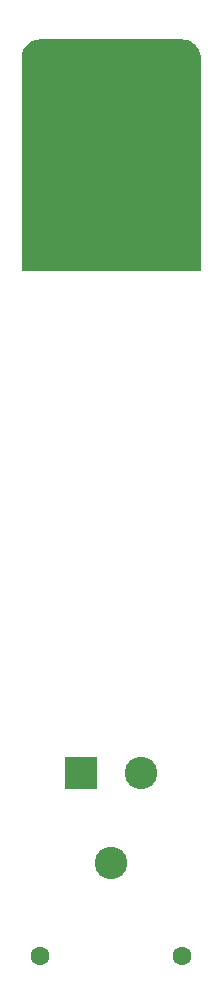
<source format=gbr>
%TF.GenerationSoftware,KiCad,Pcbnew,9.0.4*%
%TF.CreationDate,2025-10-20T17:15:32-05:00*%
%TF.ProjectId,Molecule_18650_Battery,4d6f6c65-6375-46c6-955f-31383635305f,rev?*%
%TF.SameCoordinates,Original*%
%TF.FileFunction,Copper,L1,Top*%
%TF.FilePolarity,Positive*%
%FSLAX46Y46*%
G04 Gerber Fmt 4.6, Leading zero omitted, Abs format (unit mm)*
G04 Created by KiCad (PCBNEW 9.0.4) date 2025-10-20 17:15:32*
%MOMM*%
%LPD*%
G01*
G04 APERTURE LIST*
%TA.AperFunction,ComponentPad*%
%ADD10C,2.745000*%
%TD*%
%TA.AperFunction,ComponentPad*%
%ADD11R,2.745000X2.745000*%
%TD*%
%TA.AperFunction,ComponentPad*%
%ADD12C,1.600000*%
%TD*%
G04 APERTURE END LIST*
D10*
%TO.P,BT2,3,3*%
%TO.N,/NEG*%
X7960000Y9880000D03*
%TO.P,BT2,2,2*%
X10500000Y17500000D03*
D11*
%TO.P,BT2,1,1*%
X5420000Y17500000D03*
%TD*%
D12*
%TO.P,MP1,1*%
%TO.N,/NEG*%
X2000000Y2000000D03*
%TD*%
%TO.P,MP4,1*%
%TO.N,/NEG*%
X14000000Y2000000D03*
%TD*%
%TO.P,MP2,1*%
%TO.N,/POS*%
X2000000Y78000000D03*
%TD*%
%TO.P,MP3,1*%
%TO.N,/POS*%
X14000000Y77500000D03*
%TD*%
D11*
%TO.P,BT1,1,1*%
%TO.N,/POS*%
X10500000Y62880000D03*
D10*
%TO.P,BT1,2,2*%
X5420000Y62880000D03*
%TO.P,BT1,3,3*%
X7960000Y70500000D03*
%TD*%
%TA.AperFunction,Conductor*%
%TO.N,/POS*%
G36*
X14004417Y79599184D02*
G01*
X14023369Y79597828D01*
X14218788Y79583851D01*
X14236299Y79581333D01*
X14441960Y79536595D01*
X14458936Y79531611D01*
X14656150Y79458053D01*
X14672242Y79450703D01*
X14856968Y79349836D01*
X14871853Y79340271D01*
X15040353Y79214133D01*
X15053723Y79202547D01*
X15202547Y79053723D01*
X15214133Y79040353D01*
X15340271Y78871853D01*
X15349836Y78856968D01*
X15450703Y78672242D01*
X15458053Y78656150D01*
X15531611Y78458936D01*
X15536594Y78441963D01*
X15536595Y78441960D01*
X15581333Y78236299D01*
X15583851Y78218788D01*
X15599184Y78004419D01*
X15599500Y77995572D01*
X15599500Y60104000D01*
X15579815Y60036961D01*
X15527011Y59991206D01*
X15475500Y59980000D01*
X524500Y59980000D01*
X457461Y59999685D01*
X411706Y60052489D01*
X400500Y60104000D01*
X400500Y77995572D01*
X400816Y78004418D01*
X416148Y78218787D01*
X416148Y78218788D01*
X418666Y78236299D01*
X463406Y78441968D01*
X468387Y78458934D01*
X541946Y78656153D01*
X549293Y78672241D01*
X650165Y78856972D01*
X659730Y78871855D01*
X785863Y79040350D01*
X797449Y79053721D01*
X946278Y79202550D01*
X959649Y79214136D01*
X1128144Y79340269D01*
X1143027Y79349834D01*
X1327758Y79450706D01*
X1343852Y79458056D01*
X1541061Y79531610D01*
X1558036Y79536594D01*
X1763700Y79581333D01*
X1781211Y79583851D01*
X1974407Y79597669D01*
X1995582Y79599184D01*
X2004428Y79599500D01*
X2057583Y79599500D01*
X13942417Y79599500D01*
X13995572Y79599500D01*
X14004417Y79599184D01*
G37*
%TD.AperFunction*%
%TD*%
M02*

</source>
